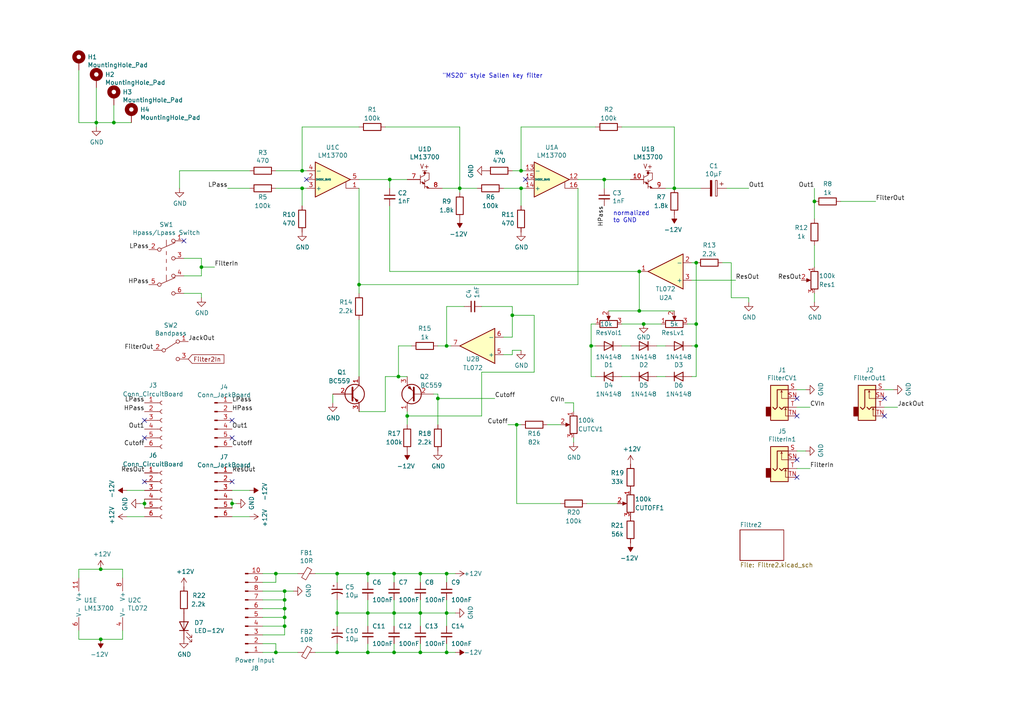
<source format=kicad_sch>
(kicad_sch (version 20211123) (generator eeschema)
  (paper "A4")
  (lib_symbols
    (symbol "Amplifier_Operational:LM13700" (pin_names (offset 0.127))
      (property "Reference" "U" (at 3.81 5.08 0))
      (property "Value" "LM13700" (at 5.08 -5.08 0))
      (symbol "LM13700_1_1"
        (pin output line (at 7.62 0 180) (length 2.54) (name "~") (number "12"))
        (pin input line (at -7.62 2.54 0) (length 2.54) (name "-") (number "13"))
        (pin input line (at -7.62 -2.54 0) (length 2.54) (name "+") (number "14"))
        (pin input line (at -7.62 0 0) (length 2.54) (name "DIODE_BIAS") (number "15"))
        (pin input line (at 7.62 -2.54 180) (length 2.54) (name "~") (number "16"))
      )
      (symbol "LM13700_2_1"
        (text "V+" (at -2.54 3.81 0) (effects (font (size 1.27 1.27))))
        (pin input line (at -7.62 0 0) (length 3.81) (name "~") (number "10"))
        (pin output line (at 2.54 -2.54 180) (length 3.81) (name "~") (number "9"))
      )
      (symbol "LM13700_3_1"
        (pin input line (at 7.62 -2.54 180) (length 2.54) (name "~") (number "1"))
        (pin input line (at -7.62 0 0) (length 2.54) (name "DIODE_BIAS") (number "2"))
        (pin input line (at -7.62 -2.54 0) (length 2.54) (name "+") (number "3"))
        (pin input line (at -7.62 2.54 0) (length 2.54) (name "-") (number "4"))
        (pin output line (at 7.62 0 180) (length 2.54) (name "~") (number "5"))
      )
      (symbol "LM13700_4_0"
        (text "V+" (at -2.54 3.81 0) (effects (font (size 1.27 1.27))))
      )
      (symbol "LM13700_4_1"
        (pin input line (at -7.62 0 0) (length 3.81) (name "~") (number "7"))
        (pin output line (at 2.54 -2.54 180) (length 3.81) (name "~") (number "8"))
      )
      (symbol "LM13700_5_1"
        (pin power_in line (at -2.54 7.62 270) (length 3.81) (name "V+") (number "11"))
        (pin power_in line (at -2.54 -7.62 90) (length 3.81) (name "V-") (number "6"))
      )
    )
    (symbol "Amplifier_Operational:TL072" (pin_names (offset 0.127))
      (property "Reference" "U" (at 0 5.08 0))
      (property "Value" "TL072" (at 0 -5.08 0))
      (symbol "TL072_1_1"
        (pin output line (at 7.62 0 180) (length 2.54) (name "~") (number "1"))
        (pin input line (at -7.62 -2.54 0) (length 2.54) (name "-") (number "2"))
        (pin input line (at -7.62 2.54 0) (length 2.54) (name "+") (number "3"))
      )
      (symbol "TL072_2_1"
        (pin input line (at -7.62 2.54 0) (length 2.54) (name "+") (number "5"))
        (pin input line (at -7.62 -2.54 0) (length 2.54) (name "-") (number "6"))
        (pin output line (at 7.62 0 180) (length 2.54) (name "~") (number "7"))
      )
      (symbol "TL072_3_1"
        (pin power_in line (at -2.54 -7.62 90) (length 3.81) (name "V-") (number "4"))
        (pin power_in line (at -2.54 7.62 270) (length 3.81) (name "V+") (number "8"))
      )
    )
    (symbol "Connector:AudioJack2_Switch"
      (property "Reference" "J" (at 0 11.43 0))
      (property "Value" "AudioJack2_Switch" (at 0 8.89 0))
      (symbol "AudioJack2_Switch_1_1"
        (pin passive line (at 5.08 5.08 180) (length 2.54) (name "~") (number "S"))
        (pin passive line (at 5.08 2.54 180) (length 2.54) (name "~") (number "SN"))
        (pin passive line (at 5.08 0 180) (length 2.54) (name "~") (number "T"))
        (pin passive line (at 5.08 -2.54 180) (length 2.54) (name "~") (number "TN"))
      )
    )
    (symbol "Connector:Conn_01x06_Female" (pin_names (offset 1.016) hide)
      (property "Reference" "J" (at 0 7.62 0))
      (property "Value" "Conn_01x06_Female" (at 0 -10.16 0))
      (symbol "Conn_01x06_Female_1_1"
        (pin passive line (at -5.08 5.08 0) (length 3.81) (name "Pin_1") (number "1"))
        (pin passive line (at -5.08 2.54 0) (length 3.81) (name "Pin_2") (number "2"))
        (pin passive line (at -5.08 0 0) (length 3.81) (name "Pin_3") (number "3"))
        (pin passive line (at -5.08 -2.54 0) (length 3.81) (name "Pin_4") (number "4"))
        (pin passive line (at -5.08 -5.08 0) (length 3.81) (name "Pin_5") (number "5"))
        (pin passive line (at -5.08 -7.62 0) (length 3.81) (name "Pin_6") (number "6"))
      )
    )
    (symbol "Connector:Conn_01x06_Male" (pin_names (offset 1.016) hide)
      (property "Reference" "J" (at 0 7.62 0))
      (property "Value" "Conn_01x06_Male" (at 0 -10.16 0))
      (symbol "Conn_01x06_Male_1_1"
        (pin passive line (at 5.08 5.08 180) (length 3.81) (name "Pin_1") (number "1"))
        (pin passive line (at 5.08 2.54 180) (length 3.81) (name "Pin_2") (number "2"))
        (pin passive line (at 5.08 0 180) (length 3.81) (name "Pin_3") (number "3"))
        (pin passive line (at 5.08 -2.54 180) (length 3.81) (name "Pin_4") (number "4"))
        (pin passive line (at 5.08 -5.08 180) (length 3.81) (name "Pin_5") (number "5"))
        (pin passive line (at 5.08 -7.62 180) (length 3.81) (name "Pin_6") (number "6"))
      )
    )
    (symbol "Connector:Conn_01x10_Male" (pin_names (offset 1.016) hide)
      (property "Reference" "J" (at 0 12.7 0))
      (property "Value" "Conn_01x10_Male" (at 0 -15.24 0))
      (symbol "Conn_01x10_Male_1_1"
        (pin passive line (at 5.08 10.16 180) (length 3.81) (name "Pin_1") (number "1"))
        (pin passive line (at 5.08 -12.7 180) (length 3.81) (name "Pin_10") (number "10"))
        (pin passive line (at 5.08 7.62 180) (length 3.81) (name "Pin_2") (number "2"))
        (pin passive line (at 5.08 5.08 180) (length 3.81) (name "Pin_3") (number "3"))
        (pin passive line (at 5.08 2.54 180) (length 3.81) (name "Pin_4") (number "4"))
        (pin passive line (at 5.08 0 180) (length 3.81) (name "Pin_5") (number "5"))
        (pin passive line (at 5.08 -2.54 180) (length 3.81) (name "Pin_6") (number "6"))
        (pin passive line (at 5.08 -5.08 180) (length 3.81) (name "Pin_7") (number "7"))
        (pin passive line (at 5.08 -7.62 180) (length 3.81) (name "Pin_8") (number "8"))
        (pin passive line (at 5.08 -10.16 180) (length 3.81) (name "Pin_9") (number "9"))
      )
    )
    (symbol "Device:CP" (pin_numbers hide) (pin_names (offset 0.254))
      (property "Reference" "C" (at 0.635 2.54 0))
      (property "Value" "Device_CP" (at 0.635 -2.54 0))
      (symbol "CP_1_1"
        (pin passive line (at 0 3.81 270) (length 2.794) (name "~") (number "1"))
        (pin passive line (at 0 -3.81 90) (length 2.794) (name "~") (number "2"))
      )
    )
    (symbol "Device:CP1_Small" (pin_numbers hide) (pin_names (offset 0.254) hide)
      (property "Reference" "C" (at 0.254 1.778 0))
      (property "Value" "Device_CP1_Small" (at 0.254 -2.032 0))
      (symbol "CP1_Small_1_1"
        (pin passive line (at 0 2.54 270) (length 2.032) (name "~") (number "1"))
        (pin passive line (at 0 -2.54 90) (length 2.032) (name "~") (number "2"))
      )
    )
    (symbol "Device:C_Small" (pin_numbers hide) (pin_names (offset 0.254) hide)
      (property "Reference" "C" (at 0.254 1.778 0))
      (property "Value" "C_Small" (at 0.254 -2.032 0))
      (symbol "C_Small_1_1"
        (pin passive line (at 0 2.54 270) (length 2.032) (name "~") (number "1"))
        (pin passive line (at 0 -2.54 90) (length 2.032) (name "~") (number "2"))
      )
    )
    (symbol "Device:D" (pin_numbers hide) (pin_names (offset 1.016) hide)
      (property "Reference" "D" (at 0 2.54 0))
      (property "Value" "D" (at 0 -2.54 0))
      (symbol "D_1_1"
        (pin passive line (at -3.81 0 0) (length 2.54) (name "K") (number "1"))
        (pin passive line (at 3.81 0 180) (length 2.54) (name "A") (number "2"))
      )
    )
    (symbol "Device:Ferrite_Bead_Small" (pin_numbers hide) (pin_names (offset 0))
      (property "Reference" "FB" (at 1.905 1.27 0))
      (property "Value" "Device_Ferrite_Bead_Small" (at 1.905 -1.27 0))
      (symbol "Ferrite_Bead_Small_1_1"
        (pin passive line (at 0 2.54 270) (length 1.27) (name "~") (number "1"))
        (pin passive line (at 0 -2.54 90) (length 1.27) (name "~") (number "2"))
      )
    )
    (symbol "Device:LED" (pin_numbers hide) (pin_names (offset 1.016) hide)
      (property "Reference" "D" (at 0 2.54 0))
      (property "Value" "LED" (at 0 -2.54 0))
      (symbol "LED_1_1"
        (pin passive line (at -3.81 0 0) (length 2.54) (name "K") (number "1"))
        (pin passive line (at 3.81 0 180) (length 2.54) (name "A") (number "2"))
      )
    )
    (symbol "Device:R" (pin_numbers hide) (pin_names (offset 0))
      (property "Reference" "R" (at 2.032 0 90))
      (property "Value" "R" (at 0 0 90))
      (symbol "R_1_1"
        (pin passive line (at 0 3.81 270) (length 1.27) (name "~") (number "1"))
        (pin passive line (at 0 -3.81 90) (length 1.27) (name "~") (number "2"))
      )
    )
    (symbol "Device:R_POT" (pin_names (offset 1.016) hide)
      (property "Reference" "RV" (at -4.445 0 90))
      (property "Value" "Device_R_POT" (at -2.54 0 90))
      (symbol "R_POT_1_1"
        (pin passive line (at 0 3.81 270) (length 1.27) (name "1") (number "1"))
        (pin passive line (at 3.81 0 180) (length 1.27) (name "2") (number "2"))
        (pin passive line (at 0 -3.81 90) (length 1.27) (name "3") (number "3"))
      )
    )
    (symbol "Mechanical:MountingHole_Pad" (pin_numbers hide) (pin_names (offset 1.016) hide)
      (property "Reference" "H" (at 0 6.35 0))
      (property "Value" "MountingHole_Pad" (at 0 4.445 0))
      (symbol "MountingHole_Pad_1_1"
        (pin input line (at 0 -2.54 90) (length 2.54) (name "1") (number "1"))
      )
    )
    (symbol "Switch:SW_Push_DPDT" (pin_names (offset 0) hide)
      (property "Reference" "SW" (at 0 8.89 0))
      (property "Value" "SW_Push_DPDT" (at 0 -10.16 0))
      (symbol "SW_Push_DPDT_1_1"
        (pin passive line (at 5.08 7.62 180) (length 2.54) (name "A") (number "1"))
        (pin passive line (at -5.08 5.08 0) (length 2.54) (name "B") (number "2"))
        (pin passive line (at 5.08 2.54 180) (length 2.54) (name "C") (number "3"))
        (pin passive line (at 5.08 -2.54 180) (length 2.54) (name "A") (number "4"))
        (pin passive line (at -5.08 -5.08 0) (length 2.54) (name "B") (number "5"))
        (pin passive line (at 5.08 -7.62 180) (length 2.54) (name "C") (number "6"))
      )
    )
    (symbol "Switch:SW_SPDT" (pin_names (offset 0) hide)
      (property "Reference" "SW" (at 0 4.318 0))
      (property "Value" "SW_SPDT" (at 0 -5.08 0))
      (symbol "SW_SPDT_1_1"
        (pin passive line (at 5.08 2.54 180) (length 2.54) (name "A") (number "1"))
        (pin passive line (at -5.08 0 0) (length 2.54) (name "B") (number "2"))
        (pin passive line (at 5.08 -2.54 180) (length 2.54) (name "C") (number "3"))
      )
    )
    (symbol "Transistor_BJT:BC559" (pin_names (offset 0) hide)
      (property "Reference" "Q" (at 5.08 1.905 0))
      (property "Value" "BC559" (at 5.08 0 0))
      (symbol "BC559_1_1"
        (pin passive line (at 2.54 5.08 270) (length 2.54) (name "C") (number "1"))
        (pin input line (at -5.08 0 0) (length 5.715) (name "B") (number "2"))
        (pin passive line (at 2.54 -5.08 90) (length 2.54) (name "E") (number "3"))
      )
    )
    (symbol "power:+12V" (power) (pin_names (offset 0))
      (property "Value" "+12V" (at 0 3.556 0))
      (symbol "+12V_1_1"
        (pin power_in line (at 0 0 90) (length 0) hide (name "+12V") (number "1"))
      )
    )
    (symbol "power:-12V" (power) (pin_names (offset 0))
      (property "Value" "-12V" (at 0 3.81 0))
      (symbol "-12V_0_0"
        (pin power_in line (at 0 0 90) (length 0) hide (name "-12V") (number "1"))
      )
    )
    (symbol "power:GND" (power) (pin_names (offset 0))
      (property "Value" "GND" (at 0 -3.81 0))
      (symbol "GND_1_1"
        (pin power_in line (at 0 0 270) (length 0) hide (name "GND") (number "1"))
      )
    )
  )
  (junction (at 121.92 177.8))
  (junction (at 118.11 120.65))
  (junction (at 104.14 82.55))
  (junction (at 186.69 93.98))
  (junction (at 82.55 179.07))
  (junction (at 133.35 54.61))
  (junction (at 114.3 189.23))
  (junction (at 114.3 166.37))
  (junction (at 58.42 77.47))
  (junction (at 201.93 93.98))
  (junction (at 33.02 35.56))
  (junction (at 151.13 49.53))
  (junction (at 129.54 100.33))
  (junction (at 106.68 166.37))
  (junction (at 113.03 52.07))
  (junction (at 201.93 76.2))
  (junction (at 97.79 189.23))
  (junction (at 129.54 177.8))
  (junction (at 148.59 91.44))
  (junction (at 171.45 100.33))
  (junction (at 149.86 123.19))
  (junction (at 82.55 181.61))
  (junction (at 80.01 166.37))
  (junction (at 82.55 176.53))
  (junction (at 129.54 189.23))
  (junction (at 185.42 90.17))
  (junction (at 121.92 189.23))
  (junction (at 151.13 54.61))
  (junction (at 29.21 165.1))
  (junction (at 201.93 100.33))
  (junction (at 82.55 173.99))
  (junction (at 27.94 35.56))
  (junction (at 87.63 54.61))
  (junction (at 82.55 171.45))
  (junction (at 106.68 177.8))
  (junction (at 97.79 177.8))
  (junction (at 97.79 166.37))
  (junction (at 195.58 54.61))
  (junction (at 67.31 146.05))
  (junction (at 236.22 58.42))
  (junction (at 29.21 185.42))
  (junction (at 114.3 177.8))
  (junction (at 106.68 189.23))
  (junction (at 80.01 189.23))
  (junction (at 87.63 49.53))
  (junction (at 127 115.57))
  (junction (at 121.92 166.37))
  (junction (at 175.26 52.07))
  (junction (at 185.42 78.74))
  (junction (at 41.91 146.05))
  (junction (at 115.57 109.22))
  (junction (at 129.54 166.37))
  (no_connect (at 53.34 69.85))
  (no_connect (at 256.54 120.65))
  (no_connect (at 231.14 133.35))
  (no_connect (at 41.91 127))
  (no_connect (at 41.91 121.92))
  (no_connect (at 152.4 52.07))
  (no_connect (at 67.31 121.92))
  (no_connect (at 231.14 120.65))
  (no_connect (at 231.14 115.57))
  (no_connect (at 41.91 139.7))
  (no_connect (at 67.31 139.7))
  (no_connect (at 67.31 127))
  (no_connect (at 256.54 115.57))
  (no_connect (at 231.14 138.43))
  (no_connect (at 88.9 52.07))
  (wire (pts (xy 58.42 74.93) (xy 58.42 77.47)))
  (wire (pts (xy 82.55 181.61) (xy 82.55 179.07)))
  (wire (pts (xy 148.59 91.44) (xy 148.59 88.9)))
  (wire (pts (xy 121.92 168.91) (xy 121.92 166.37)))
  (wire (pts (xy 67.31 142.24) (xy 72.39 142.24)))
  (wire (pts (xy 231.14 130.81) (xy 233.68 130.81)))
  (wire (pts (xy 201.93 93.98) (xy 201.93 100.33)))
  (wire (pts (xy 87.63 54.61) (xy 87.63 59.69)))
  (wire (pts (xy 118.11 120.65) (xy 139.7 120.65)))
  (wire (pts (xy 200.66 100.33) (xy 201.93 100.33)))
  (wire (pts (xy 106.68 189.23) (xy 114.3 189.23)))
  (wire (pts (xy 41.91 144.78) (xy 41.91 146.05)))
  (wire (pts (xy 97.79 186.69) (xy 97.79 189.23)))
  (wire (pts (xy 166.37 127) (xy 166.37 128.27)))
  (wire (pts (xy 171.45 100.33) (xy 171.45 109.22)))
  (wire (pts (xy 171.45 109.22) (xy 172.72 109.22)))
  (wire (pts (xy 38.1 35.56) (xy 33.02 35.56)))
  (wire (pts (xy 236.22 87.63) (xy 236.22 85.09)))
  (wire (pts (xy 72.39 49.53) (xy 52.07 49.53)))
  (wire (pts (xy 185.42 78.74) (xy 113.03 78.74)))
  (wire (pts (xy 125.73 114.3) (xy 127 114.3)))
  (wire (pts (xy 29.21 185.42) (xy 22.86 185.42)))
  (wire (pts (xy 97.79 189.23) (xy 106.68 189.23)))
  (wire (pts (xy 127 114.3) (xy 127 115.57)))
  (wire (pts (xy 182.88 109.22) (xy 180.34 109.22)))
  (wire (pts (xy 185.42 78.74) (xy 185.42 90.17)))
  (wire (pts (xy 121.92 177.8) (xy 121.92 181.61)))
  (wire (pts (xy 85.09 171.45) (xy 82.55 171.45)))
  (wire (pts (xy 76.2 171.45) (xy 82.55 171.45)))
  (wire (pts (xy 97.79 173.99) (xy 97.79 177.8)))
  (wire (pts (xy 209.55 76.2) (xy 212.09 76.2)))
  (wire (pts (xy 151.13 49.53) (xy 152.4 49.53)))
  (wire (pts (xy 76.2 168.91) (xy 80.01 168.91)))
  (wire (pts (xy 175.26 52.07) (xy 175.26 54.61)))
  (wire (pts (xy 139.7 120.65) (xy 139.7 107.95)))
  (wire (pts (xy 148.59 97.79) (xy 148.59 91.44)))
  (wire (pts (xy 113.03 78.74) (xy 113.03 59.69)))
  (wire (pts (xy 128.27 54.61) (xy 133.35 54.61)))
  (wire (pts (xy 104.14 82.55) (xy 104.14 54.61)))
  (wire (pts (xy 106.68 186.69) (xy 106.68 189.23)))
  (wire (pts (xy 115.57 100.33) (xy 115.57 109.22)))
  (wire (pts (xy 76.2 186.69) (xy 80.01 186.69)))
  (wire (pts (xy 151.13 54.61) (xy 146.05 54.61)))
  (wire (pts (xy 180.34 93.98) (xy 186.69 93.98)))
  (wire (pts (xy 167.64 82.55) (xy 104.14 82.55)))
  (wire (pts (xy 114.3 186.69) (xy 114.3 189.23)))
  (wire (pts (xy 114.3 166.37) (xy 121.92 166.37)))
  (wire (pts (xy 82.55 171.45) (xy 82.55 173.99)))
  (wire (pts (xy 172.72 100.33) (xy 171.45 100.33)))
  (wire (pts (xy 118.11 120.65) (xy 118.11 123.19)))
  (wire (pts (xy 127 100.33) (xy 129.54 100.33)))
  (wire (pts (xy 256.54 113.03) (xy 259.08 113.03)))
  (wire (pts (xy 76.2 173.99) (xy 82.55 173.99)))
  (wire (pts (xy 72.39 54.61) (xy 66.04 54.61)))
  (wire (pts (xy 234.95 135.89) (xy 231.14 135.89)))
  (wire (pts (xy 58.42 85.09) (xy 53.34 85.09)))
  (wire (pts (xy 104.14 119.38) (xy 111.76 119.38)))
  (wire (pts (xy 82.55 179.07) (xy 82.55 176.53)))
  (wire (pts (xy 121.92 166.37) (xy 129.54 166.37)))
  (wire (pts (xy 22.86 20.32) (xy 22.86 35.56)))
  (wire (pts (xy 212.09 76.2) (xy 212.09 86.36)))
  (wire (pts (xy 106.68 177.8) (xy 106.68 181.61)))
  (wire (pts (xy 236.22 71.12) (xy 236.22 77.47)))
  (wire (pts (xy 114.3 177.8) (xy 114.3 181.61)))
  (wire (pts (xy 212.09 86.36) (xy 217.17 86.36)))
  (wire (pts (xy 149.86 123.19) (xy 147.32 123.19)))
  (wire (pts (xy 203.2 54.61) (xy 195.58 54.61)))
  (wire (pts (xy 87.63 36.83) (xy 87.63 49.53)))
  (wire (pts (xy 121.92 173.99) (xy 121.92 177.8)))
  (wire (pts (xy 87.63 49.53) (xy 80.01 49.53)))
  (wire (pts (xy 129.54 166.37) (xy 132.08 166.37)))
  (wire (pts (xy 52.07 49.53) (xy 52.07 54.61)))
  (wire (pts (xy 35.56 182.88) (xy 35.56 185.42)))
  (wire (pts (xy 33.02 35.56) (xy 27.94 35.56)))
  (wire (pts (xy 154.94 107.95) (xy 154.94 91.44)))
  (wire (pts (xy 121.92 189.23) (xy 129.54 189.23)))
  (wire (pts (xy 167.64 54.61) (xy 167.64 82.55)))
  (wire (pts (xy 193.04 109.22) (xy 190.5 109.22)))
  (wire (pts (xy 97.79 166.37) (xy 106.68 166.37)))
  (wire (pts (xy 179.07 146.05) (xy 170.18 146.05)))
  (wire (pts (xy 129.54 173.99) (xy 129.54 177.8)))
  (wire (pts (xy 195.58 36.83) (xy 180.34 36.83)))
  (wire (pts (xy 121.92 177.8) (xy 129.54 177.8)))
  (wire (pts (xy 151.13 54.61) (xy 151.13 59.69)))
  (wire (pts (xy 76.2 189.23) (xy 80.01 189.23)))
  (wire (pts (xy 180.34 100.33) (xy 182.88 100.33)))
  (wire (pts (xy 97.79 168.91) (xy 97.79 166.37)))
  (wire (pts (xy 114.3 173.99) (xy 114.3 177.8)))
  (wire (pts (xy 106.68 166.37) (xy 114.3 166.37)))
  (wire (pts (xy 111.76 109.22) (xy 115.57 109.22)))
  (wire (pts (xy 201.93 100.33) (xy 201.93 109.22)))
  (wire (pts (xy 201.93 93.98) (xy 199.39 93.98)))
  (wire (pts (xy 186.69 93.98) (xy 191.77 93.98)))
  (wire (pts (xy 148.59 101.6) (xy 151.13 101.6)))
  (wire (pts (xy 127 115.57) (xy 127 123.19)))
  (wire (pts (xy 146.05 102.87) (xy 148.59 102.87)))
  (wire (pts (xy 134.62 88.9) (xy 129.54 88.9)))
  (wire (pts (xy 96.52 114.3) (xy 96.52 116.84)))
  (wire (pts (xy 129.54 168.91) (xy 129.54 166.37)))
  (wire (pts (xy 29.21 165.1) (xy 35.56 165.1)))
  (wire (pts (xy 210.82 54.61) (xy 217.17 54.61)))
  (wire (pts (xy 146.05 97.79) (xy 148.59 97.79)))
  (wire (pts (xy 67.31 144.78) (xy 67.31 146.05)))
  (wire (pts (xy 113.03 52.07) (xy 118.11 52.07)))
  (wire (pts (xy 80.01 166.37) (xy 86.36 166.37)))
  (wire (pts (xy 162.56 123.19) (xy 158.75 123.19)))
  (wire (pts (xy 148.59 102.87) (xy 148.59 101.6)))
  (wire (pts (xy 82.55 184.15) (xy 82.55 181.61)))
  (wire (pts (xy 114.3 168.91) (xy 114.3 166.37)))
  (wire (pts (xy 97.79 177.8) (xy 106.68 177.8)))
  (wire (pts (xy 129.54 186.69) (xy 129.54 189.23)))
  (wire (pts (xy 113.03 52.07) (xy 113.03 54.61)))
  (wire (pts (xy 29.21 185.42) (xy 35.56 185.42)))
  (wire (pts (xy 148.59 49.53) (xy 151.13 49.53)))
  (wire (pts (xy 62.23 77.47) (xy 58.42 77.47)))
  (wire (pts (xy 104.14 82.55) (xy 104.14 85.09)))
  (wire (pts (xy 139.7 107.95) (xy 154.94 107.95)))
  (wire (pts (xy 104.14 52.07) (xy 113.03 52.07)))
  (wire (pts (xy 35.56 165.1) (xy 35.56 167.64)))
  (wire (pts (xy 149.86 146.05) (xy 162.56 146.05)))
  (wire (pts (xy 129.54 189.23) (xy 132.08 189.23)))
  (wire (pts (xy 27.94 25.4) (xy 27.94 35.56)))
  (wire (pts (xy 41.91 146.05) (xy 40.64 146.05)))
  (wire (pts (xy 236.22 58.42) (xy 236.22 63.5)))
  (wire (pts (xy 22.86 165.1) (xy 22.86 167.64)))
  (wire (pts (xy 133.35 54.61) (xy 138.43 54.61)))
  (wire (pts (xy 80.01 54.61) (xy 87.63 54.61)))
  (wire (pts (xy 213.36 81.28) (xy 200.66 81.28)))
  (wire (pts (xy 243.84 58.42) (xy 254 58.42)))
  (wire (pts (xy 58.42 80.01) (xy 53.34 80.01)))
  (wire (pts (xy 234.95 118.11) (xy 231.14 118.11)))
  (wire (pts (xy 106.68 177.8) (xy 114.3 177.8)))
  (wire (pts (xy 148.59 88.9) (xy 139.7 88.9)))
  (wire (pts (xy 127 115.57) (xy 143.51 115.57)))
  (wire (pts (xy 97.79 177.8) (xy 97.79 181.61)))
  (wire (pts (xy 167.64 52.07) (xy 175.26 52.07)))
  (wire (pts (xy 129.54 177.8) (xy 129.54 181.61)))
  (wire (pts (xy 106.68 173.99) (xy 106.68 177.8)))
  (wire (pts (xy 22.86 182.88) (xy 22.86 185.42)))
  (wire (pts (xy 151.13 123.19) (xy 149.86 123.19)))
  (wire (pts (xy 33.02 30.48) (xy 33.02 35.56)))
  (wire (pts (xy 67.31 146.05) (xy 68.58 146.05)))
  (wire (pts (xy 82.55 173.99) (xy 82.55 176.53)))
  (wire (pts (xy 190.5 100.33) (xy 193.04 100.33)))
  (wire (pts (xy 133.35 55.88) (xy 133.35 54.61)))
  (wire (pts (xy 104.14 36.83) (xy 87.63 36.83)))
  (wire (pts (xy 118.11 119.38) (xy 118.11 120.65)))
  (wire (pts (xy 217.17 86.36) (xy 217.17 87.63)))
  (wire (pts (xy 185.42 90.17) (xy 195.58 90.17)))
  (wire (pts (xy 260.35 118.11) (xy 256.54 118.11)))
  (wire (pts (xy 201.93 76.2) (xy 201.93 93.98)))
  (wire (pts (xy 114.3 177.8) (xy 121.92 177.8)))
  (wire (pts (xy 22.86 35.56) (xy 27.94 35.56)))
  (wire (pts (xy 172.72 36.83) (xy 151.13 36.83)))
  (wire (pts (xy 80.01 186.69) (xy 80.01 189.23)))
  (wire (pts (xy 27.94 35.56) (xy 27.94 36.83)))
  (wire (pts (xy 133.35 54.61) (xy 133.35 36.83)))
  (wire (pts (xy 80.01 168.91) (xy 80.01 166.37)))
  (wire (pts (xy 76.2 184.15) (xy 82.55 184.15)))
  (wire (pts (xy 72.39 149.86) (xy 67.31 149.86)))
  (wire (pts (xy 119.38 100.33) (xy 115.57 100.33)))
  (wire (pts (xy 115.57 109.22) (xy 118.11 109.22)))
  (wire (pts (xy 163.83 116.84) (xy 166.37 116.84)))
  (wire (pts (xy 76.2 181.61) (xy 82.55 181.61)))
  (wire (pts (xy 195.58 54.61) (xy 195.58 36.83)))
  (wire (pts (xy 111.76 119.38) (xy 111.76 109.22)))
  (wire (pts (xy 185.42 90.17) (xy 176.53 90.17)))
  (wire (pts (xy 106.68 168.91) (xy 106.68 166.37)))
  (wire (pts (xy 67.31 146.05) (xy 67.31 147.32)))
  (wire (pts (xy 76.2 166.37) (xy 80.01 166.37)))
  (wire (pts (xy 82.55 176.53) (xy 76.2 176.53)))
  (wire (pts (xy 193.04 54.61) (xy 195.58 54.61)))
  (wire (pts (xy 91.44 166.37) (xy 97.79 166.37)))
  (wire (pts (xy 151.13 36.83) (xy 151.13 49.53)))
  (wire (pts (xy 76.2 179.07) (xy 82.55 179.07)))
  (wire (pts (xy 41.91 142.24) (xy 36.83 142.24)))
  (wire (pts (xy 175.26 52.07) (xy 182.88 52.07)))
  (wire (pts (xy 231.14 113.03) (xy 233.68 113.03)))
  (wire (pts (xy 104.14 92.71) (xy 104.14 109.22)))
  (wire (pts (xy 151.13 54.61) (xy 152.4 54.61)))
  (wire (pts (xy 149.86 123.19) (xy 149.86 146.05)))
  (wire (pts (xy 129.54 88.9) (xy 129.54 100.33)))
  (wire (pts (xy 29.21 165.1) (xy 22.86 165.1)))
  (wire (pts (xy 114.3 189.23) (xy 121.92 189.23)))
  (wire (pts (xy 201.93 76.2) (xy 200.66 76.2)))
  (wire (pts (xy 58.42 77.47) (xy 58.42 80.01)))
  (wire (pts (xy 129.54 177.8) (xy 132.08 177.8)))
  (wire (pts (xy 88.9 49.53) (xy 87.63 49.53)))
  (wire (pts (xy 201.93 109.22) (xy 200.66 109.22)))
  (wire (pts (xy 41.91 146.05) (xy 41.91 147.32)))
  (wire (pts (xy 41.91 149.86) (xy 36.83 149.86)))
  (wire (pts (xy 87.63 54.61) (xy 88.9 54.61)))
  (wire (pts (xy 236.22 54.61) (xy 236.22 58.42)))
  (wire (pts (xy 154.94 91.44) (xy 148.59 91.44)))
  (wire (pts (xy 91.44 189.23) (xy 97.79 189.23)))
  (wire (pts (xy 53.34 74.93) (xy 58.42 74.93)))
  (wire (pts (xy 171.45 93.98) (xy 171.45 100.33)))
  (wire (pts (xy 133.35 36.83) (xy 111.76 36.83)))
  (wire (pts (xy 172.72 93.98) (xy 171.45 93.98)))
  (wire (pts (xy 166.37 116.84) (xy 166.37 119.38)))
  (wire (pts (xy 58.42 86.36) (xy 58.42 85.09)))
  (wire (pts (xy 80.01 189.23) (xy 86.36 189.23)))
  (wire (pts (xy 129.54 100.33) (xy 130.81 100.33)))
  (wire (pts (xy 121.92 186.69) (xy 121.92 189.23)))
  (text "normalized \nto GND" (at 177.8 64.77 0) (effects (font (size 1.27 1.27)) (justify left bottom)))
  (text "\"MS20\" style Sallen key filter" (at 128.27 22.86 0) (effects (font (size 1.27 1.27)) (justify left bottom)))
  (label "HPass" (at 175.26 59.69 270))
  (label "ResOut" (at 232.41 81.28 180))
  (label "FilterIn" (at 234.95 135.89 0))
  (label "JackOut" (at 260.35 118.11 0))
  (label "LPass" (at 67.31 116.84 0))
  (label "FilterOut" (at 44.45 101.6 180))
  (label "LPass" (at 66.04 54.61 180))
  (label "Cutoff" (at 41.91 129.54 180))
  (label "CVIn" (at 234.95 118.11 0))
  (label "HPass" (at 41.91 119.38 180))
  (label "ResOut" (at 41.91 137.16 180))
  (label "Cutoff" (at 67.31 129.54 0))
  (label "HPass" (at 43.18 82.55 180))
  (label "FilterOut" (at 254 58.42 0))
  (label "Cutoff" (at 143.51 115.57 0))
  (label "ResOut" (at 67.31 137.16 0))
  (label "LPass" (at 43.18 72.39 180))
  (label "Out1" (at 67.31 124.46 0))
  (label "HPass" (at 67.31 119.38 0))
  (label "Out1" (at 41.91 124.46 180))
  (label "LPass" (at 41.91 116.84 180))
  (label "CVIn" (at 163.83 116.84 180))
  (label "Cutoff" (at 147.32 123.19 180))
  (label "FilterIn" (at 62.23 77.47 0))
  (label "ResOut" (at 213.36 81.28 0))
  (label "JackOut" (at 54.61 99.06 0))
  (label "Out1" (at 236.22 54.61 180))
  (label "Out1" (at 217.17 54.61 0))
  (global_label "Filter2In" (shape input) (at 54.61 104.14 0) (property "Intersheet References" "${INTERSHEET_REFS}" (effects hide)))
  (symbol (lib_id "Amplifier_Operational:LM13700") (at 160.02 52.07 0) (unit 1)
    (property "Reference" "U1" (at 160.02 42.7482 0))
    (property "Value" "LM13700" (at 160.02 45.0596 0))
    (property "Footprint" "Package_SO:SOIC-16_3.9x9.9mm_P1.27mm" (effects hide))
    (property "Datasheet" "http://www.ti.com/lit/ds/symlink/lm13700.pdf" (effects hide))
  )
  (symbol (lib_id "Amplifier_Operational:LM13700") (at 96.52 52.07 0) (unit 3)
    (property "Reference" "U1" (at 96.52 42.7482 0))
    (property "Value" "LM13700" (at 96.52 45.0596 0))
    (property "Footprint" "Package_SO:SOIC-16_3.9x9.9mm_P1.27mm" (effects hide))
    (property "Datasheet" "http://www.ti.com/lit/ds/symlink/lm13700.pdf" (effects hide))
  )
  (symbol (lib_id "Amplifier_Operational:LM13700") (at 190.5 52.07 0) (unit 2)
    (property "Reference" "U1" (at 187.96 43.2308 0))
    (property "Value" "LM13700" (at 187.96 45.5422 0))
    (property "Footprint" "Package_SO:SOIC-16_3.9x9.9mm_P1.27mm" (effects hide))
    (property "Datasheet" "http://www.ti.com/lit/ds/symlink/lm13700.pdf" (effects hide))
  )
  (symbol (lib_id "Amplifier_Operational:LM13700") (at 125.73 52.07 0) (unit 4)
    (property "Reference" "U1" (at 123.19 43.2308 0))
    (property "Value" "LM13700" (at 123.19 45.5422 0))
    (property "Footprint" "Package_SO:SOIC-16_3.9x9.9mm_P1.27mm" (effects hide))
    (property "Datasheet" "http://www.ti.com/lit/ds/symlink/lm13700.pdf" (effects hide))
  )
  (symbol (lib_id "Amplifier_Operational:TL072") (at 193.04 78.74 180) (unit 1)
    (property "Reference" "U2" (at 193.04 86.36 0))
    (property "Value" "TL072" (at 193.04 83.82 0))
    (property "Footprint" "Package_DIP:DIP-8_W7.62mm_Socket" (effects hide))
    (property "Datasheet" "http://www.ti.com/lit/ds/symlink/tl071.pdf" (effects hide))
  )
  (symbol (lib_id "Amplifier_Operational:TL072") (at 138.43 100.33 180) (unit 2)
    (property "Reference" "U2" (at 137.16 104.14 0))
    (property "Value" "TL072" (at 137.16 106.68 0))
    (property "Footprint" "Package_DIP:DIP-8_W7.62mm_Socket" (effects hide))
    (property "Datasheet" "http://www.ti.com/lit/ds/symlink/tl071.pdf" (effects hide))
  )
  (symbol (lib_id "Device:R") (at 76.2 54.61 90) (unit 1)
    (property "Reference" "R5" (at 76.2 57.15 90))
    (property "Value" "100k" (at 76.2 59.69 90))
    (property "Footprint" "Resistor_THT:R_Axial_DIN0207_L6.3mm_D2.5mm_P10.16mm_Horizontal" (effects hide))
  )
  (symbol (lib_id "Device:R") (at 76.2 49.53 90) (unit 1)
    (property "Reference" "R3" (at 76.2 44.2722 90))
    (property "Value" "470" (at 76.2 46.5836 90))
    (property "Footprint" "Resistor_THT:R_Axial_DIN0207_L6.3mm_D2.5mm_P10.16mm_Horizontal" (effects hide))
  )
  (symbol (lib_id "Device:R") (at 87.63 63.5 180) (unit 1)
    (property "Reference" "R10" (at 83.82 62.23 0))
    (property "Value" "470" (at 83.82 64.77 0))
    (property "Footprint" "Resistor_THT:R_Axial_DIN0207_L6.3mm_D2.5mm_P10.16mm_Horizontal" (effects hide))
  )
  (symbol (lib_id "power:GND") (at 87.63 67.31 0) (unit 1)
    (property "Reference" "#PWR06" (effects hide))
    (property "Value" "GND" (at 87.757 71.7042 0))
  )
  (symbol (lib_id "power:GND") (at 52.07 54.61 0) (unit 1)
    (property "Reference" "#PWR03" (effects hide))
    (property "Value" "GND" (at 52.197 59.0042 0))
  )
  (symbol (lib_id "Switch:SW_Push_DPDT") (at 48.26 77.47 0) (unit 1)
    (property "Reference" "SW1" (at 48.26 65.151 0))
    (property "Value" "Hpass/Lpass Switch" (at 48.26 67.4624 0))
    (property "Footprint" "Synth:SW_DPDT_Toggle" (effects hide))
    (property "Comment " "DPDT Switch, On-Off-On " (effects hide))
  )
  (symbol (lib_id "Device:R") (at 107.95 36.83 90) (unit 1)
    (property "Reference" "R1" (at 107.95 31.75 90))
    (property "Value" "100k" (at 107.95 34.29 90))
    (property "Footprint" "Resistor_THT:R_Axial_DIN0207_L6.3mm_D2.5mm_P10.16mm_Horizontal" (effects hide))
  )
  (symbol (lib_id "Device:R") (at 133.35 59.69 180) (unit 1)
    (property "Reference" "R9" (at 129.54 58.42 0))
    (property "Value" "1.8k" (at 129.54 60.96 0))
    (property "Footprint" "Resistor_THT:R_Axial_DIN0207_L6.3mm_D2.5mm_P10.16mm_Horizontal" (effects hide))
  )
  (symbol (lib_id "power:-12V") (at 133.35 63.5 180) (unit 1)
    (property "Reference" "#PWR05" (effects hide))
    (property "Value" "-12V" (at 132.969 67.8942 0))
  )
  (symbol (lib_id "Device:R") (at 144.78 49.53 90) (unit 1)
    (property "Reference" "R4" (at 144.78 44.2722 90))
    (property "Value" "470" (at 144.78 46.5836 90))
    (property "Footprint" "Resistor_THT:R_Axial_DIN0207_L6.3mm_D2.5mm_P10.16mm_Horizontal" (effects hide))
  )
  (symbol (lib_id "power:GND") (at 140.97 49.53 270) (unit 1)
    (property "Reference" "#PWR02" (effects hide))
    (property "Value" "GND" (at 136.5758 49.657 0))
  )
  (symbol (lib_id "Device:R") (at 176.53 36.83 90) (unit 1)
    (property "Reference" "R2" (at 176.53 31.75 90))
    (property "Value" "100k" (at 176.53 34.29 90))
    (property "Footprint" "Resistor_THT:R_Axial_DIN0207_L6.3mm_D2.5mm_P10.16mm_Horizontal" (effects hide))
  )
  (symbol (lib_id "Device:R") (at 142.24 54.61 90) (unit 1)
    (property "Reference" "R6" (at 142.24 57.15 90))
    (property "Value" "100k" (at 142.24 59.69 90))
    (property "Footprint" "Resistor_THT:R_Axial_DIN0207_L6.3mm_D2.5mm_P10.16mm_Horizontal" (effects hide))
  )
  (symbol (lib_id "Device:R") (at 151.13 63.5 180) (unit 1)
    (property "Reference" "R11" (at 147.32 62.23 0))
    (property "Value" "470" (at 147.32 64.77 0))
    (property "Footprint" "Resistor_THT:R_Axial_DIN0207_L6.3mm_D2.5mm_P10.16mm_Horizontal" (effects hide))
  )
  (symbol (lib_id "power:GND") (at 151.13 67.31 0) (unit 1)
    (property "Reference" "#PWR07" (effects hide))
    (property "Value" "GND" (at 151.257 71.7042 0))
  )
  (symbol (lib_id "Device:C_Small") (at 175.26 57.15 0) (unit 1)
    (property "Reference" "C3" (at 177.5968 55.9816 0) (effects (justify left)))
    (property "Value" "1nF" (at 177.5968 58.293 0) (effects (justify left)))
    (property "Footprint" "Capacitor_THT:C_Disc_D7.0mm_W2.5mm_P5.00mm" (effects hide))
  )
  (symbol (lib_id "power:GND") (at 58.42 86.36 0) (unit 1)
    (property "Reference" "#PWR08" (effects hide))
    (property "Value" "GND" (at 58.547 90.7542 0))
  )
  (symbol (lib_id "Device:C_Small") (at 113.03 57.15 0) (unit 1)
    (property "Reference" "C2" (at 115.3668 55.9816 0) (effects (justify left)))
    (property "Value" "1nF" (at 115.3668 58.293 0) (effects (justify left)))
    (property "Footprint" "Capacitor_THT:C_Disc_D7.0mm_W2.5mm_P5.00mm" (effects hide))
  )
  (symbol (lib_id "Device:R") (at 195.58 58.42 180) (unit 1)
    (property "Reference" "R7" (at 191.77 57.15 0))
    (property "Value" "1.8k" (at 191.77 59.69 0))
    (property "Footprint" "Resistor_THT:R_Axial_DIN0207_L6.3mm_D2.5mm_P10.16mm_Horizontal" (effects hide))
  )
  (symbol (lib_id "power:-12V") (at 195.58 62.23 180) (unit 1)
    (property "Reference" "#PWR04" (effects hide))
    (property "Value" "-12V" (at 195.199 66.6242 0))
  )
  (symbol (lib_id "Device:CP") (at 207.01 54.61 270) (unit 1)
    (property "Reference" "C1" (at 207.01 48.133 90))
    (property "Value" "10µF" (at 207.01 50.4444 90))
    (property "Footprint" "Capacitor_THT:CP_Radial_D5.0mm_P2.00mm" (effects hide))
  )
  (symbol (lib_id "Device:R") (at 240.03 58.42 270) (unit 1)
    (property "Reference" "R8" (at 240.03 53.34 90))
    (property "Value" "1k" (at 240.03 55.88 90))
    (property "Footprint" "Resistor_THT:R_Axial_DIN0207_L6.3mm_D2.5mm_P10.16mm_Horizontal" (effects hide))
  )
  (symbol (lib_id "Device:R") (at 236.22 67.31 180) (unit 1)
    (property "Reference" "R12" (at 232.41 66.04 0))
    (property "Value" "1k" (at 232.41 68.58 0))
    (property "Footprint" "Resistor_THT:R_Axial_DIN0207_L6.3mm_D2.5mm_P10.16mm_Horizontal" (effects hide))
  )
  (symbol (lib_id "Device:R_POT") (at 236.22 81.28 0) (mirror y) (unit 1)
    (property "Reference" "Res1" (at 237.49 82.55 0) (effects (justify right)))
    (property "Value" "100k" (at 237.49 80.01 0) (effects (justify right)))
    (property "Footprint" "Synth:Pot-bourns-alpha" (effects hide))
  )
  (symbol (lib_id "power:GND") (at 217.17 87.63 0) (unit 1)
    (property "Reference" "#PWR09" (effects hide))
    (property "Value" "GND" (at 217.297 92.0242 0))
  )
  (symbol (lib_id "Device:R") (at 205.74 76.2 270) (unit 1)
    (property "Reference" "R13" (at 205.74 71.12 90))
    (property "Value" "2.2k" (at 205.74 73.66 90))
    (property "Footprint" "Resistor_THT:R_Axial_DIN0207_L6.3mm_D2.5mm_P10.16mm_Horizontal" (effects hide))
  )
  (symbol (lib_id "Device:D") (at 196.85 109.22 0) (unit 1)
    (property "Reference" "D6" (at 196.85 111.76 0))
    (property "Value" "1N4148" (at 196.85 114.3 0))
    (property "Footprint" "Diode_THT:D_DO-35_SOD27_P7.62mm_Horizontal" (effects hide))
  )
  (symbol (lib_id "Device:D") (at 186.69 109.22 0) (unit 1)
    (property "Reference" "D5" (at 186.69 111.76 0))
    (property "Value" "1N4148" (at 186.69 114.3 0))
    (property "Footprint" "Diode_THT:D_DO-35_SOD27_P7.62mm_Horizontal" (effects hide))
  )
  (symbol (lib_id "Device:D") (at 176.53 109.22 0) (unit 1)
    (property "Reference" "D4" (at 176.53 111.76 0))
    (property "Value" "1N4148" (at 176.53 114.3 0))
    (property "Footprint" "Diode_THT:D_DO-35_SOD27_P7.62mm_Horizontal" (effects hide))
  )
  (symbol (lib_id "Device:D") (at 176.53 100.33 180) (unit 1)
    (property "Reference" "D1" (at 176.53 105.8418 0))
    (property "Value" "1N4148" (at 176.53 103.5304 0))
    (property "Footprint" "Diode_THT:D_DO-35_SOD27_P7.62mm_Horizontal" (effects hide))
  )
  (symbol (lib_id "Device:D") (at 186.69 100.33 180) (unit 1)
    (property "Reference" "D2" (at 186.69 105.8418 0))
    (property "Value" "1N4148" (at 186.69 103.5304 0))
    (property "Footprint" "Diode_THT:D_DO-35_SOD27_P7.62mm_Horizontal" (effects hide))
  )
  (symbol (lib_id "Device:D") (at 196.85 100.33 180) (unit 1)
    (property "Reference" "D3" (at 196.85 105.8418 0))
    (property "Value" "1N4148" (at 196.85 103.5304 0))
    (property "Footprint" "Diode_THT:D_DO-35_SOD27_P7.62mm_Horizontal" (effects hide))
  )
  (symbol (lib_id "Device:R") (at 104.14 88.9 180) (unit 1)
    (property "Reference" "R14" (at 100.33 87.63 0))
    (property "Value" "2.2k" (at 100.33 90.17 0))
    (property "Footprint" "Resistor_THT:R_Axial_DIN0207_L6.3mm_D2.5mm_P10.16mm_Horizontal" (effects hide))
  )
  (symbol (lib_id "Device:R_POT") (at 182.88 146.05 0) (mirror y) (unit 1)
    (property "Reference" "CUTOFF1" (at 184.15 147.32 0) (effects (justify right)))
    (property "Value" "100k" (at 184.15 144.78 0) (effects (justify right)))
    (property "Footprint" "Synth:Pot-bourns-alpha" (effects hide))
  )
  (symbol (lib_id "power:-12V") (at 182.88 157.48 180) (unit 1)
    (property "Reference" "#PWR027" (effects hide))
    (property "Value" "-12V" (at 182.499 161.8742 0))
  )
  (symbol (lib_id "Device:R") (at 182.88 153.67 180) (unit 1)
    (property "Reference" "R21" (at 179.07 152.4 0))
    (property "Value" "56k" (at 179.07 154.94 0))
    (property "Footprint" "Resistor_THT:R_Axial_DIN0207_L6.3mm_D2.5mm_P10.16mm_Horizontal" (effects hide))
  )
  (symbol (lib_id "Device:R") (at 182.88 138.43 180) (unit 1)
    (property "Reference" "R19" (at 179.07 137.16 0))
    (property "Value" "33k" (at 179.07 139.7 0))
    (property "Footprint" "Resistor_THT:R_Axial_DIN0207_L6.3mm_D2.5mm_P10.16mm_Horizontal" (effects hide))
  )
  (symbol (lib_id "power:+12V") (at 182.88 134.62 0) (unit 1)
    (property "Reference" "#PWR020" (effects hide))
    (property "Value" "+12V" (at 183.261 130.2258 0))
  )
  (symbol (lib_id "Device:R") (at 166.37 146.05 90) (unit 1)
    (property "Reference" "R20" (at 166.37 148.59 90))
    (property "Value" "100k" (at 166.37 151.13 90))
    (property "Footprint" "Resistor_THT:R_Axial_DIN0207_L6.3mm_D2.5mm_P10.16mm_Horizontal" (effects hide))
  )
  (symbol (lib_id "Device:R_POT") (at 166.37 123.19 0) (mirror y) (unit 1)
    (property "Reference" "CUTCV1" (at 167.64 124.46 0) (effects (justify right)))
    (property "Value" "100k" (at 167.64 121.92 0) (effects (justify right)))
    (property "Footprint" "Synth:Pot-bourns-alpha" (effects hide))
  )
  (symbol (lib_id "power:GND") (at 166.37 128.27 0) (unit 1)
    (property "Reference" "#PWR016" (effects hide))
    (property "Value" "GND" (at 166.497 132.6642 0))
  )
  (symbol (lib_id "Device:R") (at 154.94 123.19 90) (unit 1)
    (property "Reference" "R16" (at 154.94 125.73 90))
    (property "Value" "82k" (at 154.94 128.27 90))
    (property "Footprint" "Resistor_THT:R_Axial_DIN0207_L6.3mm_D2.5mm_P10.16mm_Horizontal" (effects hide))
  )
  (symbol (lib_id "Device:R") (at 118.11 127 180) (unit 1)
    (property "Reference" "R17" (at 114.3 125.73 0))
    (property "Value" "100k" (at 114.3 128.27 0))
    (property "Footprint" "Resistor_THT:R_Axial_DIN0207_L6.3mm_D2.5mm_P10.16mm_Horizontal" (effects hide))
  )
  (symbol (lib_id "power:-12V") (at 118.11 130.81 180) (unit 1)
    (property "Reference" "#PWR017" (effects hide))
    (property "Value" "-12V" (at 117.729 135.2042 0))
  )
  (symbol (lib_id "Device:R") (at 127 127 180) (unit 1)
    (property "Reference" "R18" (at 123.19 125.73 0))
    (property "Value" "2.2k" (at 123.19 128.27 0))
    (property "Footprint" "Resistor_THT:R_Axial_DIN0207_L6.3mm_D2.5mm_P10.16mm_Horizontal" (effects hide))
  )
  (symbol (lib_id "power:GND") (at 127 130.81 0) (unit 1)
    (property "Reference" "#PWR018" (effects hide))
    (property "Value" "GND" (at 127.127 135.2042 0))
  )
  (symbol (lib_id "Transistor_BJT:BC559") (at 101.6 114.3 0) (unit 1)
    (property "Reference" "Q1" (at 97.79 107.95 0) (effects (justify left)))
    (property "Value" "BC559" (at 95.25 110.49 0) (effects (justify left)))
    (property "Footprint" "Package_TO_SOT_THT:TO-92_Inline_Wide" (effects hide))
    (property "Datasheet" "https://www.onsemi.com/pub/Collateral/BC556BTA-D.pdf" (effects hide))
  )
  (symbol (lib_id "Transistor_BJT:BC559") (at 120.65 114.3 180) (unit 1)
    (property "Reference" "Q2" (at 124.46 109.22 0) (effects (justify left)))
    (property "Value" "BC559" (at 128.27 111.76 0) (effects (justify left)))
    (property "Footprint" "Package_TO_SOT_THT:TO-92_Inline_Wide" (effects hide))
    (property "Datasheet" "https://www.onsemi.com/pub/Collateral/BC556BTA-D.pdf" (effects hide))
  )
  (symbol (lib_id "power:GND") (at 96.52 116.84 0) (unit 1)
    (property "Reference" "#PWR015" (effects hide))
    (property "Value" "GND" (at 96.647 121.2342 0))
  )
  (symbol (lib_id "Device:R") (at 123.19 100.33 90) (unit 1)
    (property "Reference" "R15" (at 123.19 95.25 90))
    (property "Value" "1k" (at 123.19 97.79 90))
    (property "Footprint" "Resistor_THT:R_Axial_DIN0207_L6.3mm_D2.5mm_P10.16mm_Horizontal" (effects hide))
  )
  (symbol (lib_id "power:GND") (at 151.13 101.6 0) (unit 1)
    (property "Reference" "#PWR012" (effects hide))
    (property "Value" "GND" (at 151.257 105.9942 0))
  )
  (symbol (lib_id "Device:C_Small") (at 137.16 88.9 90) (unit 1)
    (property "Reference" "C4" (at 135.9916 86.5632 0) (effects (justify left)))
    (property "Value" "1nF" (at 138.303 86.5632 0) (effects (justify left)))
    (property "Footprint" "Capacitor_THT:C_Disc_D7.0mm_W2.5mm_P5.00mm" (effects hide))
  )
  (symbol (lib_id "power:GND") (at 236.22 87.63 0) (unit 1)
    (property "Reference" "#PWR010" (effects hide))
    (property "Value" "GND" (at 236.347 92.0242 0))
  )
  (symbol (lib_id "power:+12V") (at 72.39 149.86 270) (unit 1)
    (property "Reference" "#PWR026" (effects hide))
    (property "Value" "+12V" (at 76.7842 150.241 0))
  )
  (symbol (lib_id "power:+12V") (at 36.83 149.86 90) (unit 1)
    (property "Reference" "#PWR025" (effects hide))
    (property "Value" "+12V" (at 32.4358 149.479 0))
  )
  (symbol (lib_id "power:-12V") (at 72.39 142.24 270) (unit 1)
    (property "Reference" "#PWR022" (effects hide))
    (property "Value" "-12V" (at 76.7842 142.621 0))
  )
  (symbol (lib_id "power:-12V") (at 36.83 142.24 90) (unit 1)
    (property "Reference" "#PWR021" (effects hide))
    (property "Value" "-12V" (at 32.4358 141.859 0))
  )
  (symbol (lib_id "power:GND") (at 40.64 146.05 270) (unit 1)
    (property "Reference" "#PWR023" (effects hide))
    (property "Value" "GND" (at 36.2458 146.177 0))
  )
  (symbol (lib_id "power:GND") (at 68.58 146.05 90) (unit 1)
    (property "Reference" "#PWR024" (effects hide))
    (property "Value" "GND" (at 72.9742 145.923 0))
  )
  (symbol (lib_id "power:+12V") (at 132.08 166.37 270) (unit 1)
    (property "Reference" "#PWR029" (effects hide))
    (property "Value" "+12V" (at 137.16 166.37 90))
  )
  (symbol (lib_id "power:-12V") (at 132.08 189.23 270) (unit 1)
    (property "Reference" "#PWR035" (effects hide))
    (property "Value" "-12V" (at 137.16 189.23 90))
  )
  (symbol (lib_id "Device:CP1_Small") (at 97.79 171.45 0) (unit 1)
    (property "Reference" "C5" (at 100.1014 170.2816 0) (effects (justify left)))
    (property "Value" "10µ" (at 100.1014 172.593 0) (effects (justify left)))
    (property "Footprint" "Capacitor_THT:CP_Radial_D5.0mm_P2.00mm" (effects hide))
  )
  (symbol (lib_id "Device:CP1_Small") (at 97.79 184.15 0) (unit 1)
    (property "Reference" "C10" (at 100.1014 182.9816 0) (effects (justify left)))
    (property "Value" "10µ" (at 100.1014 185.293 0) (effects (justify left)))
    (property "Footprint" "Capacitor_THT:CP_Radial_D5.0mm_P2.00mm" (effects hide))
  )
  (symbol (lib_id "Device:Ferrite_Bead_Small") (at 88.9 166.37 270) (unit 1)
    (property "Reference" "FB1" (at 88.9 160.3502 90))
    (property "Value" "10R" (at 88.9 162.6616 90))
    (property "Footprint" "Inductor_THT:L_Axial_L7.0mm_D3.3mm_P10.16mm_Horizontal_Fastron_MICC" (effects hide))
  )
  (symbol (lib_id "Device:Ferrite_Bead_Small") (at 88.9 189.23 270) (unit 1)
    (property "Reference" "FB2" (at 88.9 183.2102 90))
    (property "Value" "10R" (at 88.9 185.5216 90))
    (property "Footprint" "Inductor_THT:L_Axial_L7.0mm_D3.3mm_P10.16mm_Horizontal_Fastron_MICC" (effects hide))
  )
  (symbol (lib_id "power:GND") (at 132.08 177.8 90) (unit 1)
    (property "Reference" "#PWR032" (effects hide))
    (property "Value" "GND" (at 136.4742 177.673 0))
  )
  (symbol (lib_id "power:GND") (at 85.09 171.45 90) (unit 1)
    (property "Reference" "#PWR031" (effects hide))
    (property "Value" "GND" (at 89.4842 171.323 0))
  )
  (symbol (lib_id "Device:R") (at 53.34 173.99 0) (unit 1)
    (property "Reference" "R22" (at 59.69 172.72 0) (effects (justify right)))
    (property "Value" "2.2k" (at 59.69 175.26 0) (effects (justify right)))
    (property "Footprint" "Resistor_THT:R_Axial_DIN0207_L6.3mm_D2.5mm_P10.16mm_Horizontal" (effects hide))
  )
  (symbol (lib_id "power:GND") (at 53.34 185.42 0) (unit 1)
    (property "Reference" "#PWR034" (effects hide))
    (property "Value" "GND" (at 53.467 189.8142 0))
  )
  (symbol (lib_id "Device:LED") (at 53.34 181.61 90) (unit 1)
    (property "Reference" "D7" (at 56.3372 180.6194 90) (effects (justify right)))
    (property "Value" "LED-12V" (at 56.3372 182.9308 90) (effects (justify right)))
    (property "Footprint" "LED_THT:LED_D4.0mm" (effects hide))
  )
  (symbol (lib_id "power:+12V") (at 53.34 170.18 0) (unit 1)
    (property "Reference" "#PWR030" (effects hide))
    (property "Value" "+12V" (at 53.721 165.7858 0))
  )
  (symbol (lib_id "Switch:SW_SPDT") (at 49.53 101.6 0) (unit 1)
    (property "Reference" "SW2" (at 49.53 94.361 0))
    (property "Value" "Bandpass" (at 49.53 96.6724 0))
    (property "Footprint" "Synth:SW_Toggle_Blue_wSlots" (effects hide))
  )
  (symbol (lib_id "Connector:AudioJack2_Switch") (at 226.06 118.11 0) (unit 1)
    (property "Reference" "J1" (at 226.8728 107.315 0))
    (property "Value" "FilterCV1" (at 226.8728 109.6264 0))
    (property "Footprint" "Synth:Thonkiconn" (effects hide))
  )
  (symbol (lib_id "power:GND") (at 233.68 113.03 90) (unit 1)
    (property "Reference" "#PWR013" (effects hide))
    (property "Value" "GND" (at 238.0742 112.903 0))
  )
  (symbol (lib_id "Connector:AudioJack2_Switch") (at 251.46 118.11 0) (unit 1)
    (property "Reference" "J2" (at 252.2728 107.315 0))
    (property "Value" "FilterOut1" (at 252.2728 109.6264 0))
    (property "Footprint" "Synth:Thonkiconn" (effects hide))
  )
  (symbol (lib_id "power:GND") (at 259.08 113.03 90) (unit 1)
    (property "Reference" "#PWR014" (effects hide))
    (property "Value" "GND" (at 263.4742 112.903 0))
  )
  (symbol (lib_id "Connector:AudioJack2_Switch") (at 226.06 135.89 0) (unit 1)
    (property "Reference" "J5" (at 226.8728 125.095 0))
    (property "Value" "FilterIn1" (at 226.8728 127.4064 0))
    (property "Footprint" "Synth:Thonkiconn" (effects hide))
  )
  (symbol (lib_id "power:GND") (at 233.68 130.81 90) (unit 1)
    (property "Reference" "#PWR019" (effects hide))
    (property "Value" "GND" (at 238.0742 130.683 0))
  )
  (symbol (lib_id "Connector:Conn_01x06_Female") (at 46.99 121.92 0) (unit 1)
    (property "Reference" "J3" (at 43.18 111.76 0) (effects (justify left)))
    (property "Value" "Conn_CircuitBoard" (at 35.56 114.3 0) (effects (justify left)))
    (property "Footprint" "Connector_PinSocket_2.54mm:PinSocket_1x06_P2.54mm_Vertical" (effects hide))
  )
  (symbol (lib_id "Connector:Conn_01x06_Male") (at 62.23 121.92 0) (unit 1)
    (property "Reference" "J4" (at 64.9732 112.2426 0))
    (property "Value" "Conn_JackBoard" (at 64.9732 114.554 0))
    (property "Footprint" "Connector_PinHeader_2.54mm:PinHeader_1x06_P2.54mm_Vertical" (effects hide))
  )
  (symbol (lib_id "Connector:Conn_01x06_Female") (at 46.99 142.24 0) (unit 1)
    (property "Reference" "J6" (at 43.18 132.08 0) (effects (justify left)))
    (property "Value" "Conn_CircuitBoard" (at 35.56 134.62 0) (effects (justify left)))
    (property "Footprint" "Connector_PinSocket_2.54mm:PinSocket_1x06_P2.54mm_Vertical" (effects hide))
  )
  (symbol (lib_id "Device:R_POT") (at 195.58 93.98 90) (unit 1)
    (property "Reference" "ResLv1" (at 191.77 96.52 90) (effects (justify right)))
    (property "Value" "5k" (at 194.31 93.98 90) (effects (justify right)))
    (property "Footprint" "Potentiometer_THT:Potentiometer_Bourns_3386X_Horizontal" (effects hide))
  )
  (symbol (lib_id "power:GND") (at 186.69 93.98 0) (unit 1)
    (property "Reference" "#PWR011" (effects hide))
    (property "Value" "GND" (at 186.69 97.79 0))
  )
  (symbol (lib_id "Connector:Conn_01x06_Male") (at 62.23 142.24 0) (unit 1)
    (property "Reference" "J7" (at 64.9732 132.5626 0))
    (property "Value" "Conn_JackBoard" (at 64.9732 134.874 0))
    (property "Footprint" "Connector_PinHeader_2.54mm:PinHeader_1x06_P2.54mm_Vertical" (effects hide))
  )
  (symbol (lib_id "power:GND") (at 27.94 36.83 0) (unit 1)
    (property "Reference" "#PWR01" (effects hide))
    (property "Value" "GND" (at 28.067 41.2242 0))
  )
  (symbol (lib_id "Mechanical:MountingHole_Pad") (at 22.86 17.78 0) (unit 1)
    (property "Reference" "H1" (at 25.4 16.5354 0) (effects (justify left)))
    (property "Value" "MountingHole_Pad" (at 25.4 18.8468 0) (effects (justify left)))
    (property "Footprint" "Synth:Doepfer Mounting hole" (effects hide))
  )
  (symbol (lib_id "Mechanical:MountingHole_Pad") (at 27.94 22.86 0) (unit 1)
    (property "Reference" "H2" (at 30.48 21.6154 0) (effects (justify left)))
    (property "Value" "MountingHole_Pad" (at 30.48 23.9268 0) (effects (justify left)))
    (property "Footprint" "Synth:Doepfer Mounting hole" (effects hide))
  )
  (symbol (lib_id "Mechanical:MountingHole_Pad") (at 33.02 27.94 0) (unit 1)
    (property "Reference" "H3" (at 35.56 26.6954 0) (effects (justify left)))
    (property "Value" "MountingHole_Pad" (at 35.56 29.0068 0) (effects (justify left)))
    (property "Footprint" "Synth:Doepfer Mounting hole" (effects hide))
  )
  (symbol (lib_id "Mechanical:MountingHole_Pad") (at 38.1 33.02 0) (unit 1)
    (property "Reference" "H4" (at 40.64 31.7754 0) (effects (justify left)))
    (property "Value" "MountingHole_Pad" (at 40.64 34.0868 0) (effects (justify left)))
    (property "Footprint" "Synth:Doepfer Mounting hole" (effects hide))
  )
  (symbol (lib_id "Amplifier_Operational:LM13700") (at 25.4 175.26 0) (unit 5)
    (property "Reference" "U1" (at 24.3332 174.0916 0) (effects (justify left)))
    (property "Value" "LM13700" (at 24.3332 176.403 0) (effects (justify left)))
    (property "Footprint" "Package_SO:SOIC-16_3.9x9.9mm_P1.27mm" (effects hide))
    (property "Datasheet" "http://www.ti.com/lit/ds/symlink/lm13700.pdf" (effects hide))
  )
  (symbol (lib_id "power:-12V") (at 29.21 185.42 180) (unit 1)
    (property "Reference" "#PWR033" (effects hide))
    (property "Value" "-12V" (at 28.829 189.8142 0))
  )
  (symbol (lib_id "power:+12V") (at 29.21 165.1 0) (unit 1)
    (property "Reference" "#PWR028" (effects hide))
    (property "Value" "+12V" (at 29.591 160.7058 0))
  )
  (symbol (lib_id "Amplifier_Operational:TL072") (at 38.1 175.26 0) (unit 3)
    (property "Reference" "U2" (at 37.0332 174.0916 0) (effects (justify left)))
    (property "Value" "TL072" (at 37.0332 176.403 0) (effects (justify left)))
    (property "Footprint" "Package_DIP:DIP-8_W7.62mm_Socket" (effects hide))
    (property "Datasheet" "http://www.ti.com/lit/ds/symlink/tl071.pdf" (effects hide))
  )
  (symbol (lib_id "Device:R_POT") (at 176.53 93.98 90) (unit 1)
    (property "Reference" "ResVol1" (at 172.72 96.52 90) (effects (justify right)))
    (property "Value" "10k" (at 173.99 93.98 90) (effects (justify right)))
    (property "Footprint" "Potentiometer_THT:Potentiometer_Bourns_3386X_Horizontal" (effects hide))
  )
  (symbol (lib_id "Device:C_Small") (at 129.54 184.15 0) (unit 1)
    (property "Reference" "C14" (at 130.81 181.61 0) (effects (justify left)))
    (property "Value" "100nF" (at 130.81 186.69 0) (effects (justify left)))
    (property "Footprint" "Capacitor_THT:C_Disc_D7.0mm_W2.5mm_P5.00mm" (effects hide))
  )
  (symbol (lib_id "Connector:Conn_01x10_Male") (at 71.12 179.07 0) (mirror x) (unit 1)
    (property "Reference" "J8" (at 73.8632 193.8274 0))
    (property "Value" "Power Input" (at 73.8632 191.516 0))
    (property "Footprint" "Connector_IDC:IDC-Header_2x05_P2.54mm_Vertical" (effects hide))
  )
  (symbol (lib_id "Device:C_Small") (at 114.3 184.15 0) (unit 1)
    (property "Reference" "C12" (at 115.57 181.61 0) (effects (justify left)))
    (property "Value" "100nF" (at 115.57 186.69 0) (effects (justify left)))
    (property "Footprint" "Capacitor_THT:C_Disc_D7.0mm_W2.5mm_P5.00mm" (effects hide))
  )
  (symbol (lib_id "Device:C_Small") (at 114.3 171.45 0) (unit 1)
    (property "Reference" "C7" (at 115.57 168.91 0) (effects (justify left)))
    (property "Value" "100nF" (at 115.57 173.99 0) (effects (justify left)))
    (property "Footprint" "Capacitor_THT:C_Disc_D7.0mm_W2.5mm_P5.00mm" (effects hide))
  )
  (symbol (lib_id "Device:C_Small") (at 106.68 184.15 0) (unit 1)
    (property "Reference" "C11" (at 107.95 181.61 0) (effects (justify left)))
    (property "Value" "100nF" (at 107.95 186.69 0) (effects (justify left)))
    (property "Footprint" "Capacitor_THT:C_Disc_D7.0mm_W2.5mm_P5.00mm" (effects hide))
  )
  (symbol (lib_id "Device:C_Small") (at 121.92 184.15 0) (unit 1)
    (property "Reference" "C13" (at 123.19 181.61 0) (effects (justify left)))
    (property "Value" "100nF" (at 123.19 186.69 0) (effects (justify left)))
    (property "Footprint" "Capacitor_THT:C_Disc_D7.0mm_W2.5mm_P5.00mm" (effects hide))
  )
  (symbol (lib_id "Device:C_Small") (at 129.54 171.45 0) (unit 1)
    (property "Reference" "C9" (at 130.81 168.91 0) (effects (justify left)))
    (property "Value" "100nF" (at 130.81 173.99 0) (effects (justify left)))
    (property "Footprint" "Capacitor_THT:C_Disc_D7.0mm_W2.5mm_P5.00mm" (effects hide))
  )
  (symbol (lib_id "Device:C_Small") (at 121.92 171.45 0) (unit 1)
    (property "Reference" "C8" (at 123.19 168.91 0) (effects (justify left)))
    (property "Value" "100nF" (at 123.19 173.99 0) (effects (justify left)))
    (property "Footprint" "Capacitor_THT:C_Disc_D7.0mm_W2.5mm_P5.00mm" (effects hide))
  )
  (symbol (lib_id "Device:C_Small") (at 106.68 171.45 0) (unit 1)
    (property "Reference" "C6" (at 107.95 168.91 0) (effects (justify left)))
    (property "Value" "100nF" (at 107.95 173.99 0) (effects (justify left)))
    (property "Footprint" "Capacitor_THT:C_Disc_D7.0mm_W2.5mm_P5.00mm" (effects hide))
  )
  (sheet (at 214.63 153.67) (size 12.7 8.89)
    (property "Sheet name" "Filtre2" (at 214.63 152.9584 0) (effects (justify left bottom)))
    (property "Sheet file" "Filtre2.kicad_sch" (at 214.63 163.1446 0) (effects (justify left top)))
  )
)
</source>
